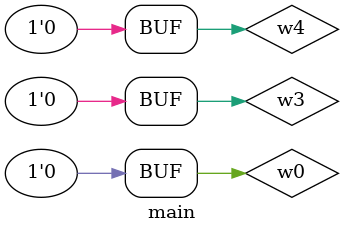
<source format=v>

module main;    //: root_module
supply0 w4;    //: /sn:0 {0}(661,215)(661,212)(640,212)(640,229){1}
supply0 w3;    //: /sn:0 {0}(499,211)(499,207)(483,207)(483,226){1}
supply0 w0;    //: /sn:0 {0}(346,226)(346,200)(362,200)(362,210){1}
wire w6;    //: /sn:0 /dp:1 {0}(336,226)(336,171){1}
//: {2}(338,169)(471,169){3}
//: {4}(475,169)(630,169)(630,229){5}
//: {6}(473,171)(473,226){7}
//: {8}(334,169)(178,169){9}
wire w7;    //: /sn:0 {0}(494,247)(504,247){1}
wire w16;    //: /sn:0 {0}(435,235)(446,235)(446,242)(462,242){1}
wire w19;    //: /sn:0 {0}(555,270)(564,270)(564,247)(574,247){1}
wire w15;    //: /sn:0 {0}(458,122)(458,139)(380,139)(380,235){1}
//: {2}(382,237)(414,237){3}
//: {4}(378,237)(357,237){5}
//: {6}(380,239)(380,272)(534,272){7}
wire w1;    //: /sn:0 {0}(357,247)(367,247)(367,277)(312,277)(312,242)(325,242){1}
wire [2:0] w17;    //: /sn:0 {0}(448,116)(448,91){1}
wire w12;    //: /sn:0 {0}(595,245)(619,245){1}
wire w11;    //: /sn:0 {0}(438,122)(438,152)(677,152)(677,188){1}
//: {2}(675,190)(564,190)(564,242)(574,242){3}
//: {4}(677,192)(677,240)(651,240){5}
wire w2;    //: /sn:0 {0}(175,344)(339,344){1}
//: {2}(343,344)(476,344){3}
//: {4}(480,344)(635,344)(635,261){5}
//: {6}(478,342)(478,258){7}
//: {8}(341,342)(341,258){9}
wire w13;    //: /sn:0 {0}(651,250)(661,250){1}
wire w5;    //: /sn:0 {0}(494,237)(518,237){1}
//: {2}(520,235)(520,194){3}
//: {4}(520,190)(520,133)(448,133)(448,122){5}
//: {6}(518,192)(404,192)(404,232)(414,232){7}
//: {8}(520,239)(520,267)(534,267){9}
//: enddecls

  //: supply0 g8 (w3) @(499,217) /sn:0 /w:[ 0 ]
  clock g4 (.Z(w2));   //: @(162,344) /sn:0 /w:[ 0 ] /omega:100 /phi:0 /duty:50
  //: supply0 g3 (w0) @(362,216) /sn:0 /w:[ 1 ]
  led g13 (.I(w17));   //: @(448,84) /sn:0 /w:[ 1 ] /type:1
  ff g2 (.Q(w11), ._Q(w13), .D(w12), .EN(w4), .CLR(w6), .CK(w2));   //: @(635,245) /sn:0 /w:[ 5 0 1 1 5 5 ]
  ff g1 (.Q(w5), ._Q(w7), .D(w16), .EN(w3), .CLR(w6), .CK(w2));   //: @(478,242) /sn:0 /w:[ 0 0 1 1 7 7 ]
  //: joint g16 (w5) @(520, 192) /w:[ -1 4 6 3 ]
  //: joint g11 (w2) @(341, 344) /w:[ 2 8 1 -1 ]
  and g19 (.I0(w5), .I1(w15), .Z(w19));   //: @(545,270) /sn:0 /w:[ 9 7 0 ]
  //: joint g6 (w6) @(336, 169) /w:[ 2 -1 8 1 ]
  //: supply0 g9 (w4) @(661,221) /sn:0 /w:[ 0 ]
  //: joint g7 (w6) @(473, 169) /w:[ 4 -1 3 6 ]
  //: joint g20 (w5) @(520, 237) /w:[ -1 2 1 8 ]
  xor g15 (.I0(w5), .I1(w15), .Z(w16));   //: @(425,235) /sn:0 /w:[ 7 3 0 ]
  //: joint g17 (w15) @(380, 237) /w:[ 2 1 4 6 ]
  concat g14 (.I0(w15), .I1(w5), .I2(w11), .Z(w17));   //: @(448,117) /sn:0 /R:1 /w:[ 0 5 0 0 ] /dr:0
  //: switch g5 (w6) @(161,169) /sn:0 /w:[ 9 ] /st:1
  //: joint g21 (w11) @(677, 190) /w:[ -1 1 2 4 ]
  ff g0 (.Q(w15), ._Q(w1), .D(w1), .EN(w0), .CLR(w6), .CK(w2));   //: @(341,242) /sn:0 /w:[ 5 0 1 0 0 9 ]
  xor g18 (.I0(w11), .I1(w19), .Z(w12));   //: @(585,245) /sn:0 /w:[ 3 1 0 ]
  //: joint g12 (w2) @(478, 344) /w:[ 4 6 3 -1 ]

endmodule

</source>
